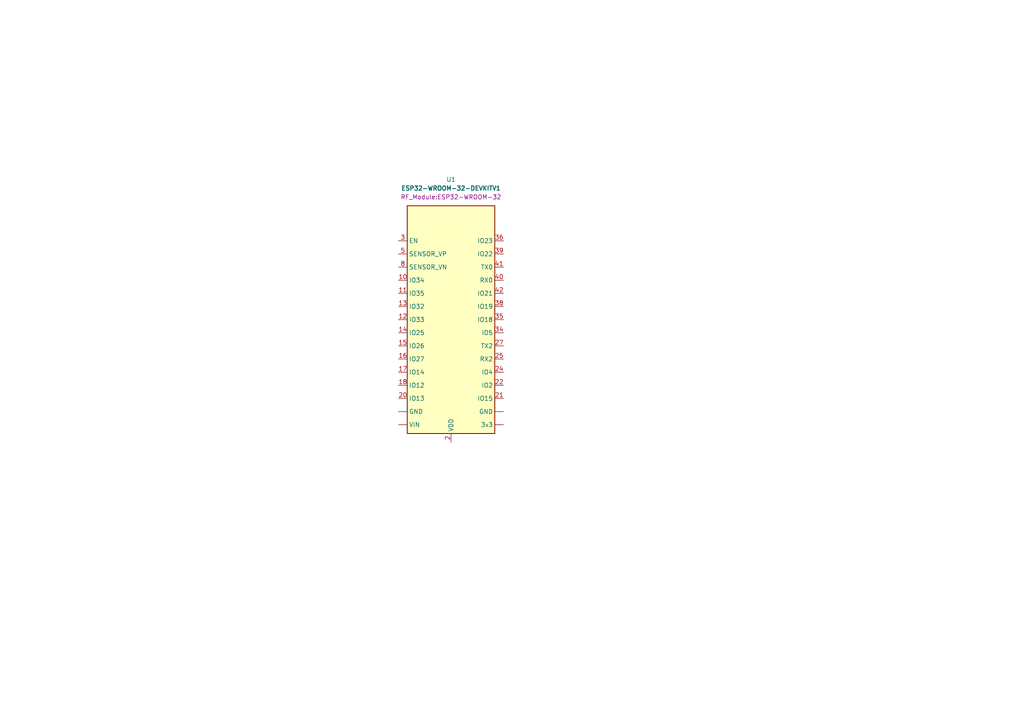
<source format=kicad_sch>
(kicad_sch (version 20211123) (generator eeschema)

  (uuid 4c99bbb8-e08a-4485-a034-a4471d5dafb7)

  (paper "A4")

  (lib_symbols
    (symbol "esp32_devkit1:ESP32-WROOM-32-DEVKITV1" (in_bom yes) (on_board yes)
      (property "Reference" "U" (id 0) (at 13.97 -29.21 0)
        (effects (font (size 1.27 1.27)) (justify left))
      )
      (property "Value" "ESP32-WROOM-32-DEVKITV1" (id 1) (at 1.27 -12.7 90)
        (effects (font (size 1.27 1.27) bold) (justify left))
      )
      (property "Footprint" "RF_Module:ESP32-WROOM-32" (id 2) (at 1.27 43.18 0)
        (effects (font (size 1.27 1.27)))
      )
      (property "Datasheet" "https://www.espressif.com/sites/default/files/documentation/esp32-wroom-32_datasheet_en.pdf" (id 3) (at 8.89 -38.1 0)
        (effects (font (size 1.27 1.27)) hide)
      )
      (property "ki_keywords" "RF Radio BT ESP ESP32 Espressif onboard PCB antenna" (id 4) (at 0 0 0)
        (effects (font (size 1.27 1.27)) hide)
      )
      (property "ki_description" "esp32 devkitv1" (id 5) (at 0 0 0)
        (effects (font (size 1.27 1.27)) hide)
      )
      (property "ki_fp_filters" "ESP32?WROOM?32*" (id 6) (at 0 0 0)
        (effects (font (size 1.27 1.27)) hide)
      )
      (symbol "ESP32-WROOM-32-DEVKITV1_0_1"
        (rectangle (start 13.97 -27.94) (end -11.43 38.1)
          (stroke (width 0.254) (type default) (color 0 0 0 0))
          (fill (type background))
        )
      )
      (symbol "ESP32-WROOM-32-DEVKITV1_1_1"
        (pin power_out line (at 16.51 -25.4 180) (length 2.54)
          (name "3v3" (effects (font (size 1.27 1.27))))
          (number "" (effects (font (size 1.27 1.27))))
        )
        (pin passive line (at -13.97 -21.59 0) (length 2.54)
          (name "GND" (effects (font (size 1.27 1.27))))
          (number "" (effects (font (size 1.27 1.27))))
        )
        (pin passive line (at 16.51 -21.59 180) (length 2.54)
          (name "GND" (effects (font (size 1.27 1.27))))
          (number "" (effects (font (size 1.27 1.27))))
        )
        (pin power_in line (at -13.97 -25.4 0) (length 2.54)
          (name "VIN" (effects (font (size 1.27 1.27))))
          (number "" (effects (font (size 1.27 1.27))))
        )
        (pin input line (at -13.97 16.51 0) (length 2.54)
          (name "IO34" (effects (font (size 1.27 1.27))))
          (number "10" (effects (font (size 1.27 1.27))))
        )
        (pin input line (at -13.97 12.7 0) (length 2.54)
          (name "IO35" (effects (font (size 1.27 1.27))))
          (number "11" (effects (font (size 1.27 1.27))))
        )
        (pin bidirectional line (at -13.97 5.08 0) (length 2.54)
          (name "IO33" (effects (font (size 1.27 1.27))))
          (number "12" (effects (font (size 1.27 1.27))))
        )
        (pin bidirectional line (at -13.97 8.89 0) (length 2.54)
          (name "IO32" (effects (font (size 1.27 1.27))))
          (number "13" (effects (font (size 1.27 1.27))))
        )
        (pin bidirectional line (at -13.97 1.27 0) (length 2.54)
          (name "IO25" (effects (font (size 1.27 1.27))))
          (number "14" (effects (font (size 1.27 1.27))))
        )
        (pin bidirectional line (at -13.97 -2.54 0) (length 2.54)
          (name "IO26" (effects (font (size 1.27 1.27))))
          (number "15" (effects (font (size 1.27 1.27))))
        )
        (pin bidirectional line (at -13.97 -6.35 0) (length 2.54)
          (name "IO27" (effects (font (size 1.27 1.27))))
          (number "16" (effects (font (size 1.27 1.27))))
        )
        (pin bidirectional line (at -13.97 -10.16 0) (length 2.54)
          (name "IO14" (effects (font (size 1.27 1.27))))
          (number "17" (effects (font (size 1.27 1.27))))
        )
        (pin bidirectional line (at -13.97 -13.97 0) (length 2.54)
          (name "IO12" (effects (font (size 1.27 1.27))))
          (number "18" (effects (font (size 1.27 1.27))))
        )
        (pin power_in line (at 1.27 -30.48 90) (length 2.54)
          (name "VDD" (effects (font (size 1.27 1.27))))
          (number "2" (effects (font (size 1.27 1.27))))
        )
        (pin bidirectional line (at -13.97 -17.78 0) (length 2.54)
          (name "IO13" (effects (font (size 1.27 1.27))))
          (number "20" (effects (font (size 1.27 1.27))))
        )
        (pin bidirectional line (at 16.51 -17.78 180) (length 2.54)
          (name "IO15" (effects (font (size 1.27 1.27))))
          (number "21" (effects (font (size 1.27 1.27))))
        )
        (pin bidirectional line (at 16.51 -13.97 180) (length 2.54)
          (name "IO2" (effects (font (size 1.27 1.27))))
          (number "22" (effects (font (size 1.27 1.27))))
        )
        (pin bidirectional line (at 16.51 -10.16 180) (length 2.54)
          (name "IO4" (effects (font (size 1.27 1.27))))
          (number "24" (effects (font (size 1.27 1.27))))
        )
        (pin bidirectional line (at 16.51 -6.35 180) (length 2.54)
          (name "RX2" (effects (font (size 1.27 1.27))))
          (number "25" (effects (font (size 1.27 1.27))))
        )
        (pin bidirectional line (at 16.51 -2.54 180) (length 2.54)
          (name "TX2" (effects (font (size 1.27 1.27))))
          (number "27" (effects (font (size 1.27 1.27))))
        )
        (pin input line (at -13.97 27.94 0) (length 2.54)
          (name "EN" (effects (font (size 1.27 1.27))))
          (number "3" (effects (font (size 1.27 1.27))))
        )
        (pin no_connect line (at 13.97 33.02 180) (length 2.54) hide
          (name "NC" (effects (font (size 1.27 1.27))))
          (number "32" (effects (font (size 1.27 1.27))))
        )
        (pin bidirectional line (at 16.51 1.27 180) (length 2.54)
          (name "IO5" (effects (font (size 1.27 1.27))))
          (number "34" (effects (font (size 1.27 1.27))))
        )
        (pin bidirectional line (at 16.51 5.08 180) (length 2.54)
          (name "IO18" (effects (font (size 1.27 1.27))))
          (number "35" (effects (font (size 1.27 1.27))))
        )
        (pin bidirectional line (at 16.51 27.94 180) (length 2.54)
          (name "IO23" (effects (font (size 1.27 1.27))))
          (number "36" (effects (font (size 1.27 1.27))))
        )
        (pin passive line (at 1.27 40.64 270) (length 2.54) hide
          (name "GND" (effects (font (size 1.27 1.27))))
          (number "38" (effects (font (size 1.27 1.27))))
        )
        (pin bidirectional line (at 16.51 8.89 180) (length 2.54)
          (name "IO19" (effects (font (size 1.27 1.27))))
          (number "38" (effects (font (size 1.27 1.27))))
        )
        (pin passive line (at 1.27 40.64 270) (length 2.54) hide
          (name "GND" (effects (font (size 1.27 1.27))))
          (number "39" (effects (font (size 1.27 1.27))))
        )
        (pin bidirectional line (at 16.51 24.13 180) (length 2.54)
          (name "IO22" (effects (font (size 1.27 1.27))))
          (number "39" (effects (font (size 1.27 1.27))))
        )
        (pin bidirectional line (at 16.51 16.51 180) (length 2.54)
          (name "RX0" (effects (font (size 1.27 1.27))))
          (number "40" (effects (font (size 1.27 1.27))))
        )
        (pin bidirectional line (at 16.51 20.32 180) (length 2.54)
          (name "TX0" (effects (font (size 1.27 1.27))))
          (number "41" (effects (font (size 1.27 1.27))))
        )
        (pin bidirectional line (at 16.51 12.7 180) (length 2.54)
          (name "IO21" (effects (font (size 1.27 1.27))))
          (number "42" (effects (font (size 1.27 1.27))))
        )
        (pin input line (at -13.97 24.13 0) (length 2.54)
          (name "SENSOR_VP" (effects (font (size 1.27 1.27))))
          (number "5" (effects (font (size 1.27 1.27))))
        )
        (pin input line (at -13.97 20.32 0) (length 2.54)
          (name "SENSOR_VN" (effects (font (size 1.27 1.27))))
          (number "8" (effects (font (size 1.27 1.27))))
        )
      )
    )
  )


  (symbol (lib_id "esp32_devkit1:ESP32-WROOM-32-DEVKITV1") (at 129.54 97.79 0) (unit 1)
    (in_bom yes) (on_board yes) (fields_autoplaced)
    (uuid 95fc169b-9efd-4cc3-85b0-546f4441206c)
    (property "Reference" "U1" (id 0) (at 130.81 52.07 0))
    (property "Value" "ESP32-WROOM-32-DEVKITV1" (id 1) (at 130.81 54.61 0)
      (effects (font (size 1.27 1.27) bold))
    )
    (property "Footprint" "RF_Module:ESP32-WROOM-32" (id 2) (at 130.81 57.15 0))
    (property "Datasheet" "https://www.espressif.com/sites/default/files/documentation/esp32-wroom-32_datasheet_en.pdf" (id 3) (at 138.43 135.89 0)
      (effects (font (size 1.27 1.27)) hide)
    )
    (pin "" (uuid 2854da72-07e7-492a-8c4f-d0d89e9630bf))
    (pin "" (uuid e0f3ceba-04b1-478b-a6f7-0c3b23cd3986))
    (pin "" (uuid 1ebd4bb5-f8d8-4b5c-b4cf-9300347f4f25))
    (pin "" (uuid a14753f3-ae81-4a40-875a-39d417486152))
    (pin "10" (uuid 111266e7-d6c3-463d-b26b-ed3603712f3d))
    (pin "11" (uuid 7be54788-3015-4fd1-9c36-357bbf734542))
    (pin "12" (uuid 89fe785c-4ebf-4048-93c0-f7062b0bd77c))
    (pin "13" (uuid 49420fa1-139d-4750-b447-7b401b61654c))
    (pin "14" (uuid 1cb8adf6-40bc-4865-846f-98ee598bebb5))
    (pin "15" (uuid 0367f967-2337-4773-9a4c-4aa697bce0c6))
    (pin "16" (uuid 95e1c2fd-b4dd-49f2-b0b3-f866c7c93a93))
    (pin "17" (uuid 6bdde045-3ad1-4558-99b4-f7c4cce35b25))
    (pin "18" (uuid d2e84a75-b01e-4e01-8e62-41a4cdd16bb4))
    (pin "2" (uuid 1a8ea114-18fb-4fec-88b9-58ccf3f7ac2c))
    (pin "20" (uuid 7b6741f3-952f-468c-bfbe-8cca2e41d3ab))
    (pin "21" (uuid cbd0b934-4d2f-473f-9e9c-0823b8ba95fc))
    (pin "22" (uuid 2852ff54-665b-4bb8-93ab-81a9ba0aa6d7))
    (pin "24" (uuid f5d947e0-1a40-4be1-b537-55484539f42b))
    (pin "25" (uuid 597c5052-2730-4397-9140-1229618fa673))
    (pin "27" (uuid 3a824ab7-a2c5-490b-8d65-d87fefd6476f))
    (pin "3" (uuid 26d713e1-7729-413a-b74c-055b6fa8d888))
    (pin "32" (uuid 19cab708-3df9-4ffe-be79-674ae9047bd3))
    (pin "34" (uuid 6e0a25e4-0f28-417f-a742-ee68213350ac))
    (pin "35" (uuid c4ba593d-c8b2-43c1-b153-1a604adec44e))
    (pin "36" (uuid 6b789125-f979-4566-8674-4bd580c1527f))
    (pin "38" (uuid 34953d7d-b0f0-4417-a7b0-b45e5d42482c))
    (pin "38" (uuid 5b34ca74-a8b8-4c02-aac8-5d9cf8b7f776))
    (pin "39" (uuid 160c8330-dc83-4cc4-b7e5-74f5c202e010))
    (pin "39" (uuid 998ddd61-1595-4534-9607-e67ad4fbf1b8))
    (pin "40" (uuid 11da1df1-17a0-4599-bb6d-2c7231231404))
    (pin "41" (uuid 50d08850-70fb-47f4-bacb-22774a90d847))
    (pin "42" (uuid 6c38b702-6382-4362-8567-ea011ecc2823))
    (pin "5" (uuid 9bfcb185-e0d4-4b93-be1e-64034ef0a5e7))
    (pin "8" (uuid 7a4a0ad5-34e2-4ff6-87e8-746be10fc9f1))
  )

  (sheet_instances
    (path "/" (page "1"))
  )

  (symbol_instances
    (path "/95fc169b-9efd-4cc3-85b0-546f4441206c"
      (reference "U1") (unit 1) (value "ESP32-WROOM-32-DEVKITV1") (footprint "RF_Module:ESP32-WROOM-32")
    )
  )
)

</source>
